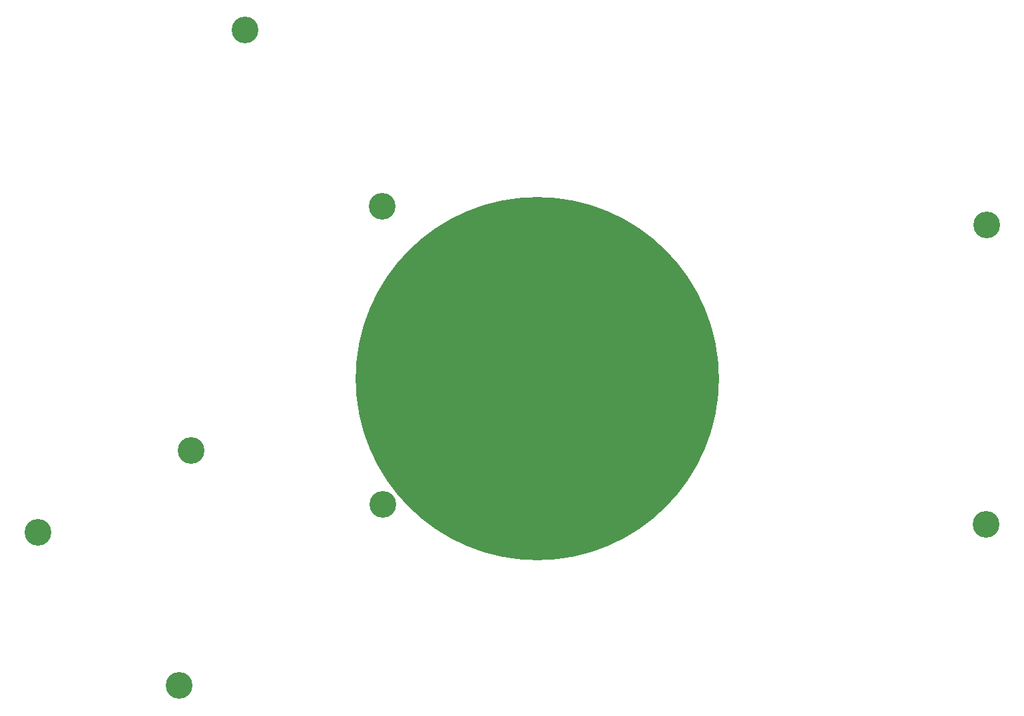
<source format=gbr>
%TF.GenerationSoftware,KiCad,Pcbnew,7.0.5-0*%
%TF.CreationDate,2024-02-11T16:35:11-08:00*%
%TF.ProjectId,Sofle_Pico_Bottom_Plate,536f666c-655f-4506-9963-6f5f426f7474,3.5.5*%
%TF.SameCoordinates,Original*%
%TF.FileFunction,Soldermask,Bot*%
%TF.FilePolarity,Negative*%
%FSLAX46Y46*%
G04 Gerber Fmt 4.6, Leading zero omitted, Abs format (unit mm)*
G04 Created by KiCad (PCBNEW 7.0.5-0) date 2024-02-11 16:35:11*
%MOMM*%
%LPD*%
G01*
G04 APERTURE LIST*
%ADD10C,3.400000*%
%ADD11C,46.200000*%
G04 APERTURE END LIST*
D10*
%TO.C,TH2*%
X103110000Y-97040000D03*
%TD*%
%TO.C,TH1*%
X83619033Y-107450000D03*
%TD*%
%TO.C,TH8*%
X101560000Y-126980000D03*
%TD*%
%TO.C,TH3*%
X127410000Y-65960000D03*
%TD*%
%TO.C,TH6*%
X204245000Y-106475000D03*
%TD*%
%TO.C,TH5*%
X127500000Y-103910000D03*
%TD*%
%TO.C,TH4*%
X204260000Y-68360000D03*
%TD*%
%TO.C,TH7*%
X109980000Y-43567432D03*
%TD*%
D11*
%TO.C,REF\u002A\u002A*%
X147120000Y-87895000D03*
%TD*%
M02*

</source>
